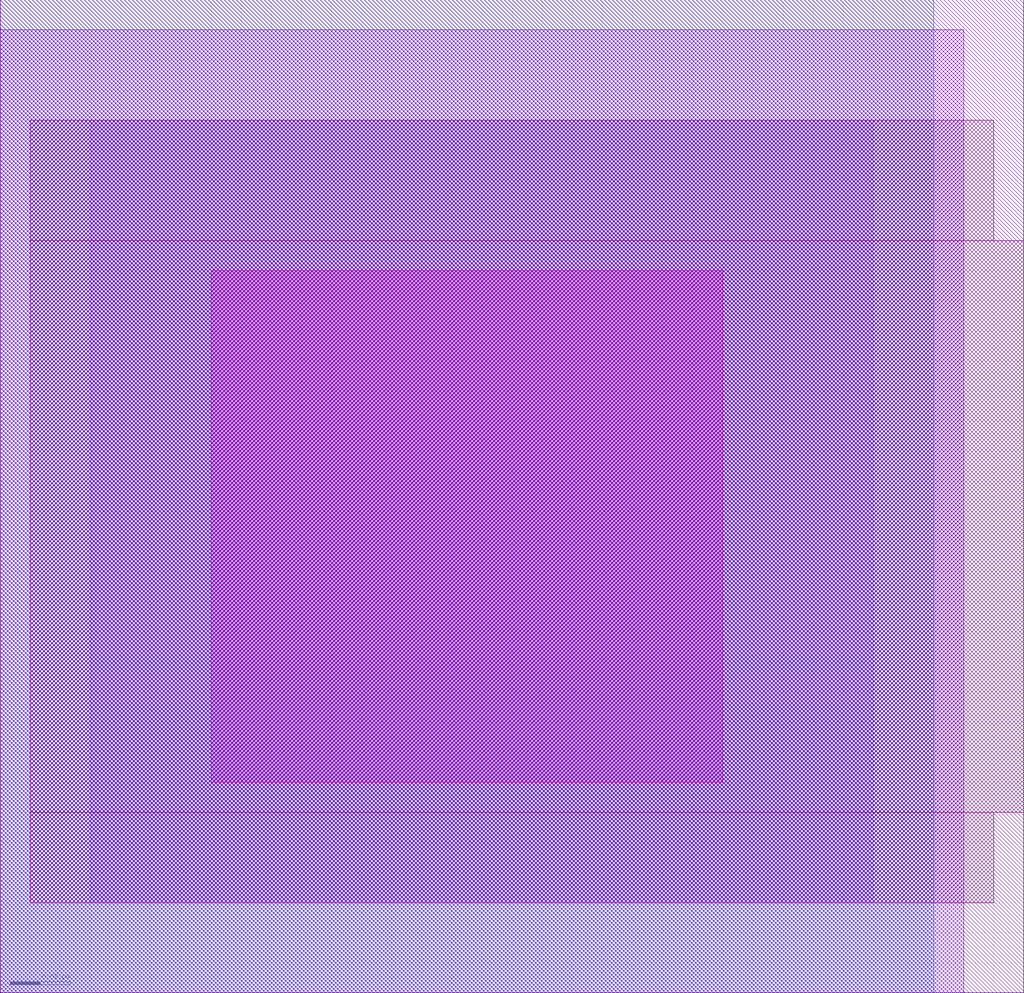
<source format=lef>
VERSION 5.7 ;
  NOWIREEXTENSIONATPIN ON ;
  DIVIDERCHAR "/" ;
  BUSBITCHARS "[]" ;
UNITS
  DATABASE MICRONS 200 ;
END UNITS

LAYER via2
  TYPE CUT ;
END via2

LAYER via
  TYPE CUT ;
END via

LAYER nwell
  TYPE MASTERSLICE ;
END nwell

LAYER via3
  TYPE CUT ;
END via3

LAYER pwell
  TYPE MASTERSLICE ;
END pwell

LAYER via4
  TYPE CUT ;
END via4

LAYER mcon
  TYPE CUT ;
END mcon

LAYER met6
  TYPE ROUTING ;
  WIDTH 0.030000 ;
  SPACING 0.040000 ;
  DIRECTION HORIZONTAL ;
END met6

LAYER met1
  TYPE ROUTING ;
  WIDTH 0.140000 ;
  SPACING 0.140000 ;
  DIRECTION HORIZONTAL ;
END met1

LAYER met3
  TYPE ROUTING ;
  WIDTH 0.300000 ;
  SPACING 0.300000 ;
  DIRECTION HORIZONTAL ;
END met3

LAYER met2
  TYPE ROUTING ;
  WIDTH 0.140000 ;
  SPACING 0.140000 ;
  DIRECTION HORIZONTAL ;
END met2

LAYER met4
  TYPE ROUTING ;
  WIDTH 0.300000 ;
  SPACING 0.300000 ;
  DIRECTION HORIZONTAL ;
END met4

LAYER met5
  TYPE ROUTING ;
  WIDTH 1.600000 ;
  SPACING 1.600000 ;
  DIRECTION HORIZONTAL ;
END met5

LAYER li1
  TYPE ROUTING ;
  WIDTH 0.170000 ;
  SPACING 0.170000 ;
  DIRECTION HORIZONTAL ;
END li1

MACRO sky130_hilas_li2m2
  CLASS BLOCK ;
  FOREIGN sky130_hilas_li2m2 ;
  ORIGIN 0.140 0.150 ;
  SIZE 0.340 BY 0.330 ;
  OBS
      LAYER li1 ;
        RECT -0.130 0.100 0.190 0.140 ;
        RECT -0.130 -0.090 0.200 0.100 ;
        RECT -0.130 -0.120 0.190 -0.090 ;
      LAYER mcon ;
        RECT -0.070 -0.080 0.100 0.090 ;
      LAYER met1 ;
        RECT -0.140 -0.150 0.180 0.170 ;
      LAYER via ;
        RECT -0.110 -0.120 0.150 0.140 ;
      LAYER met2 ;
        RECT -0.140 -0.150 0.170 0.180 ;
  END
END sky130_hilas_li2m2
END LIBRARY


</source>
